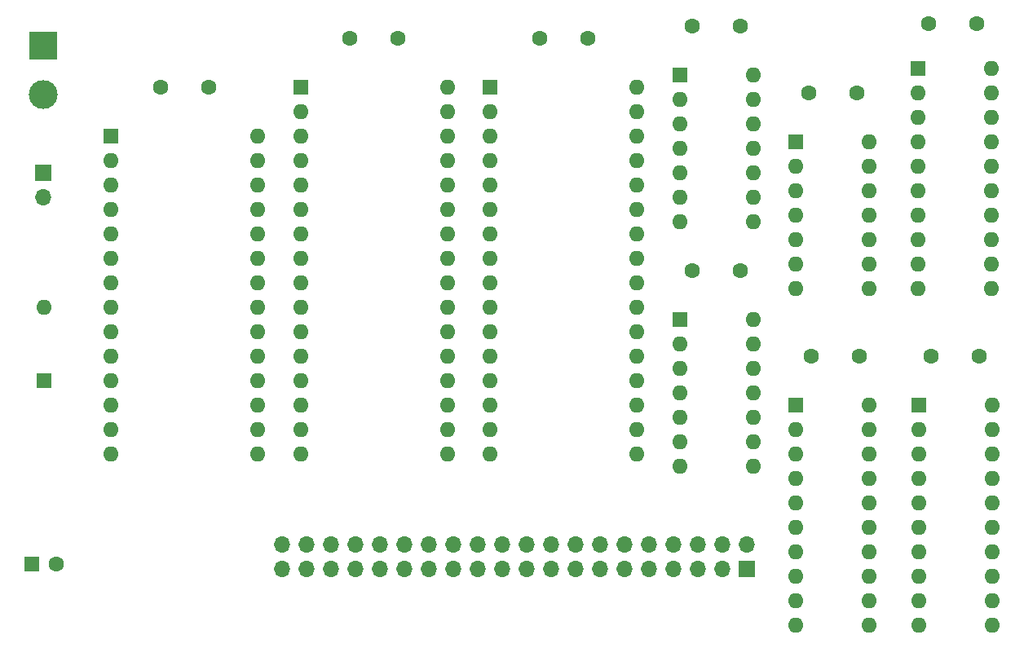
<source format=gbr>
%TF.GenerationSoftware,KiCad,Pcbnew,7.0.10*%
%TF.CreationDate,2024-01-08T21:25:52+01:00*%
%TF.ProjectId,p2000t-ram-expansion-board-1056kb,70323030-3074-42d7-9261-6d2d65787061,rev?*%
%TF.SameCoordinates,Original*%
%TF.FileFunction,Soldermask,Top*%
%TF.FilePolarity,Negative*%
%FSLAX46Y46*%
G04 Gerber Fmt 4.6, Leading zero omitted, Abs format (unit mm)*
G04 Created by KiCad (PCBNEW 7.0.10) date 2024-01-08 21:25:52*
%MOMM*%
%LPD*%
G01*
G04 APERTURE LIST*
%ADD10C,1.600000*%
%ADD11R,1.600000X1.600000*%
%ADD12O,1.600000X1.600000*%
%ADD13R,1.700000X1.700000*%
%ADD14O,1.700000X1.700000*%
%ADD15R,3.000000X3.000000*%
%ADD16C,3.000000*%
G04 APERTURE END LIST*
D10*
%TO.C,C1*%
X43140000Y-30480000D03*
X38140000Y-30480000D03*
%TD*%
D11*
%TO.C,U5*%
X116840000Y-28575000D03*
D12*
X116840000Y-31115000D03*
X116840000Y-33655000D03*
X116840000Y-36195000D03*
X116840000Y-38735000D03*
X116840000Y-41275000D03*
X116840000Y-43815000D03*
X116840000Y-46355000D03*
X116840000Y-48895000D03*
X116840000Y-51435000D03*
X124460000Y-51435000D03*
X124460000Y-48895000D03*
X124460000Y-46355000D03*
X124460000Y-43815000D03*
X124460000Y-41275000D03*
X124460000Y-38735000D03*
X124460000Y-36195000D03*
X124460000Y-33655000D03*
X124460000Y-31115000D03*
X124460000Y-28575000D03*
%TD*%
D11*
%TO.C,U2*%
X52705000Y-30480000D03*
D12*
X52705000Y-33020000D03*
X52705000Y-35560000D03*
X52705000Y-38100000D03*
X52705000Y-40640000D03*
X52705000Y-43180000D03*
X52705000Y-45720000D03*
X52705000Y-48260000D03*
X52705000Y-50800000D03*
X52705000Y-53340000D03*
X52705000Y-55880000D03*
X52705000Y-58420000D03*
X52705000Y-60960000D03*
X52705000Y-63500000D03*
X52705000Y-66040000D03*
X52705000Y-68580000D03*
X67945000Y-68580000D03*
X67945000Y-66040000D03*
X67945000Y-63500000D03*
X67945000Y-60960000D03*
X67945000Y-58420000D03*
X67945000Y-55880000D03*
X67945000Y-53340000D03*
X67945000Y-50800000D03*
X67945000Y-48260000D03*
X67945000Y-45720000D03*
X67945000Y-43180000D03*
X67945000Y-40640000D03*
X67945000Y-38100000D03*
X67945000Y-35560000D03*
X67945000Y-33020000D03*
X67945000Y-30480000D03*
%TD*%
D10*
%TO.C,C9*%
X98345000Y-24130000D03*
X93345000Y-24130000D03*
%TD*%
%TO.C,C2*%
X122896000Y-23876000D03*
X117896000Y-23876000D03*
%TD*%
D11*
%TO.C,D1*%
X26075000Y-60960000D03*
D12*
X26075000Y-53340000D03*
%TD*%
D10*
%TO.C,C5*%
X82510000Y-25400000D03*
X77510000Y-25400000D03*
%TD*%
%TO.C,C6*%
X62825000Y-25400000D03*
X57825000Y-25400000D03*
%TD*%
D11*
%TO.C,U1*%
X104140000Y-36195000D03*
D12*
X104140000Y-38735000D03*
X104140000Y-41275000D03*
X104140000Y-43815000D03*
X104140000Y-46355000D03*
X104140000Y-48895000D03*
X104140000Y-51435000D03*
X111760000Y-51435000D03*
X111760000Y-48895000D03*
X111760000Y-46355000D03*
X111760000Y-43815000D03*
X111760000Y-41275000D03*
X111760000Y-38735000D03*
X111760000Y-36195000D03*
%TD*%
D10*
%TO.C,C7*%
X110450000Y-31115000D03*
X105450000Y-31115000D03*
%TD*%
D11*
%TO.C,U8*%
X116850000Y-63500000D03*
D12*
X116850000Y-66040000D03*
X116850000Y-68580000D03*
X116850000Y-71120000D03*
X116850000Y-73660000D03*
X116850000Y-76200000D03*
X116850000Y-78740000D03*
X116850000Y-81280000D03*
X116850000Y-83820000D03*
X116850000Y-86360000D03*
X124470000Y-86360000D03*
X124470000Y-83820000D03*
X124470000Y-81280000D03*
X124470000Y-78740000D03*
X124470000Y-76200000D03*
X124470000Y-73660000D03*
X124470000Y-71120000D03*
X124470000Y-68580000D03*
X124470000Y-66040000D03*
X124470000Y-63500000D03*
%TD*%
D11*
%TO.C,U9*%
X72385000Y-30480000D03*
D12*
X72385000Y-33020000D03*
X72385000Y-35560000D03*
X72385000Y-38100000D03*
X72385000Y-40640000D03*
X72385000Y-43180000D03*
X72385000Y-45720000D03*
X72385000Y-48260000D03*
X72385000Y-50800000D03*
X72385000Y-53340000D03*
X72385000Y-55880000D03*
X72385000Y-58420000D03*
X72385000Y-60960000D03*
X72385000Y-63500000D03*
X72385000Y-66040000D03*
X72385000Y-68580000D03*
X87625000Y-68580000D03*
X87625000Y-66040000D03*
X87625000Y-63500000D03*
X87625000Y-60960000D03*
X87625000Y-58420000D03*
X87625000Y-55880000D03*
X87625000Y-53340000D03*
X87625000Y-50800000D03*
X87625000Y-48260000D03*
X87625000Y-45720000D03*
X87625000Y-43180000D03*
X87625000Y-40640000D03*
X87625000Y-38100000D03*
X87625000Y-35560000D03*
X87625000Y-33020000D03*
X87625000Y-30480000D03*
%TD*%
D11*
%TO.C,C3*%
X24805000Y-80010000D03*
D10*
X27305000Y-80010000D03*
%TD*%
%TO.C,C10*%
X110704000Y-58420000D03*
X105704000Y-58420000D03*
%TD*%
%TO.C,C4*%
X98385000Y-49530000D03*
X93385000Y-49530000D03*
%TD*%
D11*
%TO.C,U4*%
X33015000Y-35560000D03*
D12*
X33015000Y-38100000D03*
X33015000Y-40640000D03*
X33015000Y-43180000D03*
X33015000Y-45720000D03*
X33015000Y-48260000D03*
X33015000Y-50800000D03*
X33015000Y-53340000D03*
X33015000Y-55880000D03*
X33015000Y-58420000D03*
X33015000Y-60960000D03*
X33015000Y-63500000D03*
X33015000Y-66040000D03*
X33015000Y-68580000D03*
X48255000Y-68580000D03*
X48255000Y-66040000D03*
X48255000Y-63500000D03*
X48255000Y-60960000D03*
X48255000Y-58420000D03*
X48255000Y-55880000D03*
X48255000Y-53340000D03*
X48255000Y-50800000D03*
X48255000Y-48260000D03*
X48255000Y-45720000D03*
X48255000Y-43180000D03*
X48255000Y-40640000D03*
X48255000Y-38100000D03*
X48255000Y-35560000D03*
%TD*%
D13*
%TO.C,J2*%
X25925000Y-39380000D03*
D14*
X25925000Y-41920000D03*
%TD*%
D11*
%TO.C,U6*%
X92085000Y-54605000D03*
D12*
X92085000Y-57145000D03*
X92085000Y-59685000D03*
X92085000Y-62225000D03*
X92085000Y-64765000D03*
X92085000Y-67305000D03*
X92085000Y-69845000D03*
X99705000Y-69845000D03*
X99705000Y-67305000D03*
X99705000Y-64765000D03*
X99705000Y-62225000D03*
X99705000Y-59685000D03*
X99705000Y-57145000D03*
X99705000Y-54605000D03*
%TD*%
D10*
%TO.C,C8*%
X123150000Y-58420000D03*
X118150000Y-58420000D03*
%TD*%
D15*
%TO.C,J3*%
X25925000Y-26172000D03*
D16*
X25925000Y-31252000D03*
%TD*%
D11*
%TO.C,U3*%
X92075000Y-29210000D03*
D12*
X92075000Y-31750000D03*
X92075000Y-34290000D03*
X92075000Y-36830000D03*
X92075000Y-39370000D03*
X92075000Y-41910000D03*
X92075000Y-44450000D03*
X99695000Y-44450000D03*
X99695000Y-41910000D03*
X99695000Y-39370000D03*
X99695000Y-36830000D03*
X99695000Y-34290000D03*
X99695000Y-31750000D03*
X99695000Y-29210000D03*
%TD*%
D11*
%TO.C,U7*%
X104140000Y-63500000D03*
D12*
X104140000Y-66040000D03*
X104140000Y-68580000D03*
X104140000Y-71120000D03*
X104140000Y-73660000D03*
X104140000Y-76200000D03*
X104140000Y-78740000D03*
X104140000Y-81280000D03*
X104140000Y-83820000D03*
X104140000Y-86360000D03*
X111760000Y-86360000D03*
X111760000Y-83820000D03*
X111760000Y-81280000D03*
X111760000Y-78740000D03*
X111760000Y-76200000D03*
X111760000Y-73660000D03*
X111760000Y-71120000D03*
X111760000Y-68580000D03*
X111760000Y-66040000D03*
X111760000Y-63500000D03*
%TD*%
D13*
%TO.C,J1*%
X99055000Y-80518000D03*
D14*
X99055000Y-77978000D03*
X96515000Y-80518000D03*
X96515000Y-77978000D03*
X93975000Y-80518000D03*
X93975000Y-77978000D03*
X91435000Y-80518000D03*
X91435000Y-77978000D03*
X88895000Y-80518000D03*
X88895000Y-77978000D03*
X86355000Y-80518000D03*
X86355000Y-77978000D03*
X83815000Y-80518000D03*
X83815000Y-77978000D03*
X81275000Y-80518000D03*
X81275000Y-77978000D03*
X78735000Y-80518000D03*
X78735000Y-77978000D03*
X76195000Y-80518000D03*
X76195000Y-77978000D03*
X73655000Y-80518000D03*
X73655000Y-77978000D03*
X71115000Y-80518000D03*
X71115000Y-77978000D03*
X68575000Y-80518000D03*
X68575000Y-77978000D03*
X66035000Y-80518000D03*
X66035000Y-77978000D03*
X63495000Y-80518000D03*
X63495000Y-77978000D03*
X60955000Y-80518000D03*
X60955000Y-77978000D03*
X58415000Y-80518000D03*
X58415000Y-77978000D03*
X55875000Y-80518000D03*
X55875000Y-77978000D03*
X53335000Y-80518000D03*
X53335000Y-77978000D03*
X50795000Y-80518000D03*
X50795000Y-77978000D03*
%TD*%
M02*

</source>
